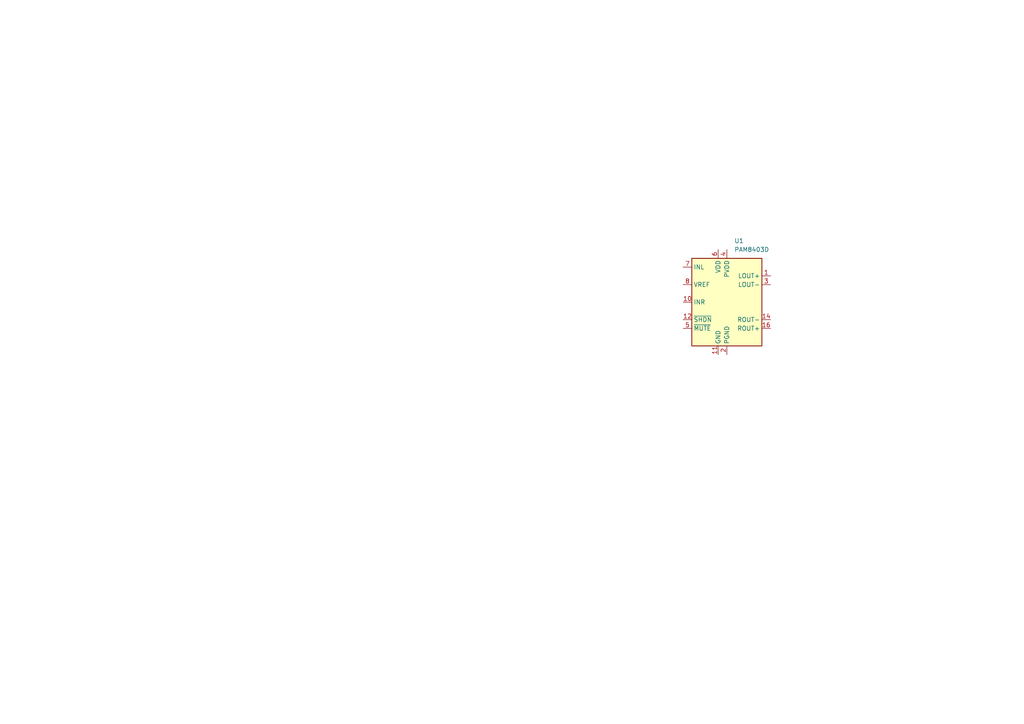
<source format=kicad_sch>
(kicad_sch (version 20250114) (generator "eeschema") (generator_version "9.0")
  (paper "A4")
  (lib_symbols
    (symbol "Amplifier_Audio:PAM8403D"
      (property "Reference" "U" (at 1.27 16.51 0))
      (property "Value" "PAM8403D" (at 6.096 14.224 0))
      (symbol "PAM8403D_0_1"
        (rectangle (start -10.16 12.7) (end 10.16 -12.7) (stroke (width 0.254)) (fill (type background)))
      )
      (symbol "PAM8403D_1_1"
        (pin input line (at -12.7 10.16 0) (length 2.54) (name "INL") (number "7"))
        (pin input line (at -12.7 5.08 0) (length 2.54) (name "VREF") (number "8"))
        (pin input line (at -12.7 0 0) (length 2.54) (name "INR") (number "10"))
        (pin input line (at -12.7 -5.08 0) (length 2.54) (name "~{SHDN}") (number "12"))
        (pin input line (at -12.7 -7.62 0) (length 2.54) (name "~{MUTE}") (number "5"))
        (pin power_in line (at -2.54 15.24 270) (length 2.54) (name "VDD") (number "6"))
        (pin power_in line (at -2.54 -15.24 90) (length 2.54) (name "GND") (number "11"))
        (pin passive line (at 0 15.24 270) (length 2.54) (hide yes) (name "PVDD") (number "13"))
        (pin power_in line (at 0 15.24 270) (length 2.54) (name "PVDD") (number "4"))
        (pin passive line (at 0 -15.24 90) (length 2.54) (hide yes) (name "PGND") (number "15"))
        (pin power_in line (at 0 -15.24 90) (length 2.54) (name "PGND") (number "2"))
        (pin no_connect line (at 10.16 -10.16 180) (length 2.54) (hide yes) (name "NC") (number "9"))
        (pin output line (at 12.7 7.62 180) (length 2.54) (name "LOUT+") (number "1"))
        (pin output line (at 12.7 5.08 180) (length 2.54) (name "LOUT-") (number "3"))
        (pin output line (at 12.7 -5.08 180) (length 2.54) (name "ROUT-") (number "14"))
        (pin output line (at 12.7 -7.62 180) (length 2.54) (name "ROUT+") (number "16"))
      )
    )
  )
  (symbol (lib_id "Amplifier_Audio:PAM8403D") (at 210.82 87.63 0) (unit 1)
    (property "Reference" "U1" (at 212.9633 69.85 0) (effects (justify left)))
    (property "Value" "PAM8403D" (at 212.9633 72.39 0) (effects (justify left)))
    (property "Footprint" "Package_SO:SOIC-16_3.9x9.9mm_P1.27mm" (effects (hide yes)))
    (property "Datasheet" "https://www.diodes.com/assets/Datasheets/products_inactive_data/PAM8403.pdf" (effects (hide yes)))
    (property "Description" "3W Filterless Class-D Stereo Audio Amplifier, SOIC-16" (effects (hide yes)))
  )
)
</source>
